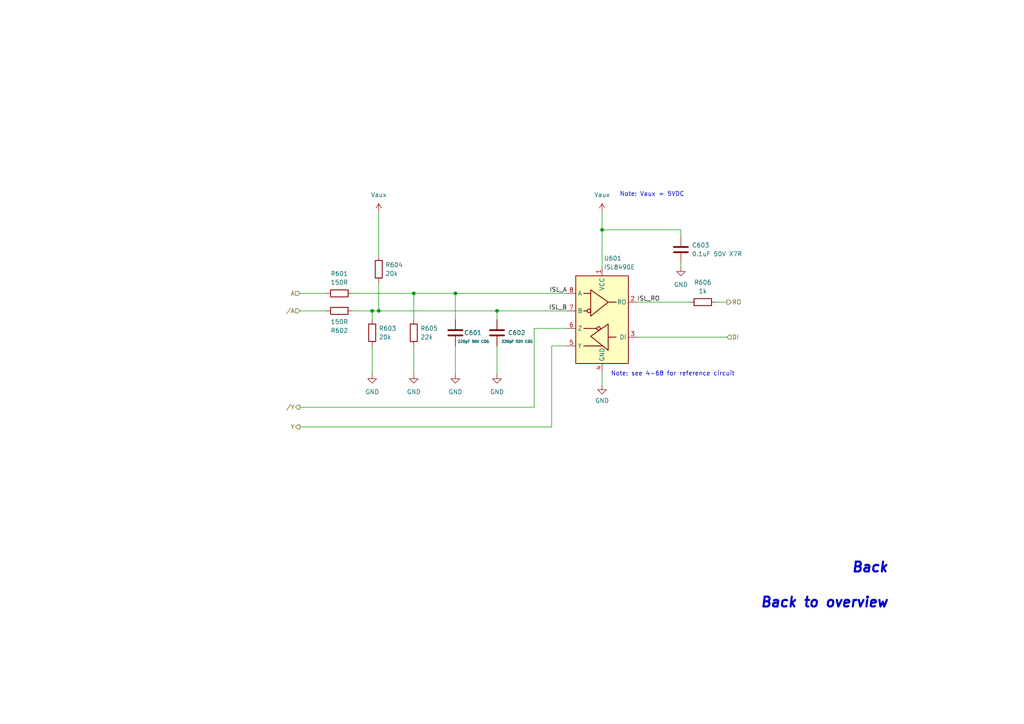
<source format=kicad_sch>
(kicad_sch (version 20230121) (generator eeschema)
  (paper "A4")
  (title_block (title "RS422 interface for SSI sensor") (date "2023-03-21") (company "EPFL Xplore") (comment 2 "Authors: Vincent Nguyen, Yassine Bakkali"))
  (lib_symbols
    (symbol "0_power_symbols:Vaux" (power) (pin_names (offset 0))
      (property "Value" "Vaux" (at 0 3.556 0))
      (symbol "Vaux_0_1"
        (polyline (pts (xy -0.762 1.27) (xy 0 2.54)))
        (polyline (pts (xy 0 0) (xy 0 2.54)))
        (polyline (pts (xy 0 2.54) (xy 0.762 1.27)))
      )
      (symbol "Vaux_1_1"
        (pin power_in line (at 0 0 90) (length 0) hide (name "Vaux") (number "1"))
      )
    )
    (symbol "0_transceiver:ISL8490E"
      (property "Reference" "U" (at -6.985 -13.97 0))
      (property "Value" "ISL8490E" (at 5.08 13.97 0))
      (symbol "ISL8490E_0_1"
        (rectangle (start -7.62 12.7) (end 7.62 -12.7) (stroke (width 0.254)) (fill (type background)))
        (polyline (pts (xy -1.778 -5.08) (xy -4.064 -5.08)) (stroke (width 0.254)))
        (polyline (pts (xy -1.778 5.08) (xy -4.064 5.08)) (stroke (width 0.254)))
        (polyline (pts (xy 0 -7.62) (xy 5.334 -7.62)) (stroke (width 0.254)))
        (polyline (pts (xy 1.524 -2.54) (xy 5.334 -2.54)) (stroke (width 0.254)))
        (polyline (pts (xy 3.302 7.62) (xy 5.334 7.62)) (stroke (width 0.254)))
        (polyline (pts (xy 4.318 2.54) (xy 5.334 2.54)) (stroke (width 0.254)))
        (polyline (pts (xy -1.778 -5.08) (xy -1.778 -1.27) (xy 3.302 -4.826) (xy -1.778 -8.89) (xy -1.778 -5.08)) (stroke (width 0.254)))
        (circle (center 1.016 -2.54) (radius 0.508) (stroke (width 0.254)))
      )
      (symbol "ISL8490E_1_1"
        (polyline (pts (xy 3.302 4.826) (xy 3.302 8.636) (xy -1.778 5.08) (xy 3.302 1.016) (xy 3.302 4.826)) (stroke (width 0.254)))
        (circle (center 3.81 2.54) (radius 0.508) (stroke (width 0.254)))
        (pin power_in line (at 0 15.24 270) (length 2.54) (name "VCC") (number "1"))
        (pin output line (at -10.16 5.08 0) (length 2.54) (name "RO") (number "2"))
        (pin input line (at -10.16 -5.08 0) (length 2.54) (name "DI") (number "3"))
        (pin power_in line (at 0 -15.24 90) (length 2.54) (name "GND") (number "4"))
        (pin output line (at 10.16 -7.62 180) (length 2.54) (name "Y") (number "5"))
        (pin output line (at 10.16 -2.54 180) (length 2.54) (name "Z") (number "6"))
        (pin input line (at 10.16 2.54 180) (length 2.54) (name "B") (number "7"))
        (pin input line (at 10.16 7.62 180) (length 2.54) (name "A") (number "8"))
      )
    )
    (symbol "Device:C" (pin_numbers hide) (pin_names (offset 0.254))
      (property "Reference" "C" (at 0.635 2.54 0))
      (property "Value" "C" (at 0.635 -2.54 0))
      (symbol "C_0_1"
        (polyline (pts (xy -2.032 -0.762) (xy 2.032 -0.762)) (stroke (width 0.508)))
        (polyline (pts (xy -2.032 0.762) (xy 2.032 0.762)) (stroke (width 0.508)))
      )
      (symbol "C_1_1"
        (pin passive line (at 0 3.81 270) (length 2.794) (name "~") (number "1"))
        (pin passive line (at 0 -3.81 90) (length 2.794) (name "~") (number "2"))
      )
    )
    (symbol "Device:R" (pin_numbers hide) (pin_names (offset 0))
      (property "Reference" "R" (at 2.032 0 90))
      (property "Value" "R" (at 0 0 90))
      (symbol "R_0_1"
        (rectangle (start -1.016 -2.54) (end 1.016 2.54) (stroke (width 0.254)))
      )
      (symbol "R_1_1"
        (pin passive line (at 0 3.81 270) (length 1.27) (name "~") (number "1"))
        (pin passive line (at 0 -3.81 90) (length 1.27) (name "~") (number "2"))
      )
    )
    (symbol "power:GND" (power) (pin_names (offset 0))
      (property "Value" "GND" (at 0 -3.81 0))
      (symbol "GND_0_1"
        (polyline (pts (xy 0 0) (xy 0 -1.27) (xy 1.27 -1.27) (xy 0 -2.54) (xy -1.27 -1.27) (xy 0 -1.27)))
      )
      (symbol "GND_1_1"
        (pin power_in line (at 0 0 270) (length 0) hide (name "GND") (number "1"))
      )
    )
  )
  (junction (at 109.855 90.17))
  (junction (at 132.08 85.09))
  (junction (at 120.015 85.09))
  (junction (at 107.95 90.17))
  (junction (at 144.145 90.17))
  (junction (at 174.625 66.675))
  (wire (pts (xy 120.015 85.09) (xy 120.015 92.71)))
  (wire (pts (xy 160.02 100.33) (xy 160.02 123.825)))
  (wire (pts (xy 109.855 61.595) (xy 109.855 74.295)))
  (wire (pts (xy 132.08 85.09) (xy 132.08 92.71)))
  (wire (pts (xy 197.485 66.675) (xy 174.625 66.675)))
  (wire (pts (xy 86.995 123.825) (xy 160.02 123.825)))
  (wire (pts (xy 154.94 95.25) (xy 154.94 118.11)))
  (wire (pts (xy 132.08 100.33) (xy 132.08 108.585)))
  (wire (pts (xy 174.625 111.76) (xy 174.625 107.95)))
  (wire (pts (xy 144.145 90.17) (xy 144.145 92.71)))
  (wire (pts (xy 132.08 85.09) (xy 164.465 85.09)))
  (wire (pts (xy 184.785 87.63) (xy 200.025 87.63)))
  (wire (pts (xy 109.855 81.915) (xy 109.855 90.17)))
  (wire (pts (xy 164.465 95.25) (xy 154.94 95.25)))
  (wire (pts (xy 207.645 87.63) (xy 210.82 87.63)))
  (wire (pts (xy 144.145 90.17) (xy 164.465 90.17)))
  (wire (pts (xy 120.015 85.09) (xy 132.08 85.09)))
  (wire (pts (xy 86.995 85.09) (xy 94.615 85.09)))
  (wire (pts (xy 109.855 90.17) (xy 144.145 90.17)))
  (wire (pts (xy 86.995 90.17) (xy 94.615 90.17)))
  (wire (pts (xy 144.145 108.585) (xy 144.145 100.33)))
  (wire (pts (xy 197.485 68.58) (xy 197.485 66.675)))
  (wire (pts (xy 120.015 100.33) (xy 120.015 108.585)))
  (wire (pts (xy 197.485 77.47) (xy 197.485 76.2)))
  (wire (pts (xy 86.995 118.11) (xy 154.94 118.11)))
  (wire (pts (xy 102.235 90.17) (xy 107.95 90.17)))
  (wire (pts (xy 107.95 90.17) (xy 107.95 92.71)))
  (wire (pts (xy 107.95 100.33) (xy 107.95 108.585)))
  (wire (pts (xy 174.625 61.595) (xy 174.625 66.675)))
  (wire (pts (xy 174.625 66.675) (xy 174.625 77.47)))
  (wire (pts (xy 184.785 97.79) (xy 210.82 97.79)))
  (wire (pts (xy 107.95 90.17) (xy 109.855 90.17)))
  (wire (pts (xy 164.465 100.33) (xy 160.02 100.33)))
  (wire (pts (xy 102.235 85.09) (xy 120.015 85.09)))
  (text "Note: Vaux = 5VDC" (at 179.705 57.15 0) (effects (font (size 1.27 1.27)) (justify left bottom)))
  (text "Back" (at 257.81 166.37 0) (effects (font (size 2.85 2.85) (thickness 0.6) bold italic) (justify right bottom)))
  (text "Note: see 4-68 for reference circuit" (at 177.165 109.22 0) (effects (font (size 1.27 1.27)) (justify left bottom)))
  (text "Back to overview" (at 257.81 176.53 0) (effects (font (size 2.85 2.85) (thickness 0.6) bold italic) (justify right bottom)))
  (label "ISL_B" (at 164.465 90.17 180))
  (label "ISL_A" (at 164.465 85.09 180))
  (label "ISL_RO" (at 184.785 87.63 0))
  (hierarchical_label "{slash}A" (shape input) (at 86.995 90.17 180))
  (hierarchical_label "Y" (shape output) (at 86.995 123.825 180))
  (hierarchical_label "A" (shape input) (at 86.995 85.09 180))
  (hierarchical_label "RO" (shape output) (at 210.82 87.63 0))
  (hierarchical_label "{slash}Y" (shape output) (at 86.995 118.11 180))
  (hierarchical_label "DI" (shape input) (at 210.82 97.79 0))
  (symbol (lib_id "0_power_symbols:Vaux") (at 174.625 61.595 0) (unit 1)
    (property "Reference" "#PWR0606" (effects hide))
    (property "Value" "Vaux" (at 174.625 56.515 0))
  )
  (symbol (lib_id "power:GND") (at 107.95 108.585 0) (unit 1)
    (property "Reference" "#PWR0601" (effects hide))
    (property "Value" "GND" (at 107.95 113.665 0))
  )
  (symbol (lib_id "power:GND") (at 144.145 108.585 0) (unit 1)
    (property "Reference" "#PWR0605" (effects hide))
    (property "Value" "GND" (at 144.145 113.665 0))
  )
  (symbol (lib_id "Device:C") (at 132.08 96.52 0) (unit 1)
    (property "Reference" "C601" (at 134.62 96.52 0) (effects (justify left)))
    (property "Value" "220pF 50V C0G" (at 132.715 99.06 0) (effects (font (size 0.762 0.762)) (justify left)))
    (property "Footprint" "Capacitor_SMD:C_0603_1608Metric" (effects hide))
    (property "Datasheet" "https://www.mouser.ch/datasheet/2/315/AOA0000C304-1149620.pdf" (effects hide))
    (property "Distributor" "Mouser" (effects hide))
    (property "Distributor ref" "667-ERJ-3EKF2202V" (effects hide))
    (property "Manufacturer ref" "ERJ-3EKF2202V" (effects hide))
  )
  (symbol (lib_id "0_power_symbols:Vaux") (at 109.855 61.595 0) (unit 1)
    (property "Reference" "#PWR0602" (effects hide))
    (property "Value" "Vaux" (at 109.855 56.515 0))
  )
  (symbol (lib_id "Device:R") (at 120.015 96.52 0) (unit 1)
    (property "Reference" "R605" (at 121.92 95.2499 0) (effects (justify left)))
    (property "Value" "22k" (at 121.92 97.7899 0) (effects (justify left)))
    (property "Footprint" "Resistor_SMD:R_0603_1608Metric" (effects hide))
    (property "Datasheet" "https://www.mouser.ch/datasheet/2/315/AOA0000C304-1149620.pdf" (effects hide))
    (property "Distributor" "Mouser" (effects hide))
    (property "Distributor ref" "667-ERJ-3EKF2202V" (effects hide))
    (property "Manufacturer ref" "ERJ-3EKF2202V" (effects hide))
  )
  (symbol (lib_id "power:GND") (at 174.625 111.76 0) (unit 1)
    (property "Reference" "#PWR0607" (effects hide))
    (property "Value" "GND" (at 174.625 116.205 0))
  )
  (symbol (lib_id "Device:R") (at 109.855 78.105 0) (unit 1)
    (property "Reference" "R604" (at 111.76 76.8349 0) (effects (justify left)))
    (property "Value" "20k" (at 111.76 79.3749 0) (effects (justify left)))
    (property "Footprint" "Resistor_SMD:R_0603_1608Metric" (effects hide))
    (property "Datasheet" "https://www.mouser.ch/datasheet/2/348/ROHM_S_A0011096274_1-2563284.pdf" (effects hide))
    (property "Distributor" "Mouser" (effects hide))
    (property "Distributor ref" "755-SDR03EZPF2002" (effects hide))
    (property "Manufacturer ref" "SDR03EZPF2002" (effects hide))
  )
  (symbol (lib_id "Device:C") (at 144.145 96.52 0) (unit 1)
    (property "Reference" "C602" (at 147.32 96.52 0) (effects (justify left)))
    (property "Value" "220pF 50V C0G" (at 145.415 99.06 0) (effects (font (size 0.762 0.762)) (justify left)))
    (property "Footprint" "Capacitor_SMD:C_0603_1608Metric" (effects hide))
    (property "Datasheet" "https://www.mouser.ch/datasheet/2/315/AOA0000C304-1149620.pdf" (effects hide))
    (property "Distributor" "Mouser" (effects hide))
    (property "Distributor ref" "667-ERJ-3EKF2202V" (effects hide))
    (property "Manufacturer ref" "ERJ-3EKF2202V" (effects hide))
  )
  (symbol (lib_id "power:GND") (at 197.485 77.47 0) (unit 1)
    (property "Reference" "#PWR0608" (effects hide))
    (property "Value" "GND" (at 197.485 82.55 0))
  )
  (symbol (lib_id "power:GND") (at 120.015 108.585 0) (unit 1)
    (property "Reference" "#PWR0603" (effects hide))
    (property "Value" "GND" (at 120.015 113.665 0))
  )
  (symbol (lib_id "Device:R") (at 98.425 90.17 90) (mirror x) (unit 1)
    (property "Reference" "R602" (at 98.425 95.885 90))
    (property "Value" "150R" (at 98.425 93.345 90))
    (property "Footprint" "Resistor_SMD:R_0603_1608Metric" (effects hide))
    (property "Datasheet" "https://www.mouser.ch/datasheet/2/427/crcwhpe3-1713858.pdf" (effects hide))
    (property "Distributor" "Mouser" (effects hide))
    (property "Distributor ref" "71-CRCW0603150RFKEAH" (effects hide))
    (property "Manufacturer ref" "CRCW0603150RFKEAHP" (effects hide))
  )
  (symbol (lib_id "Device:C") (at 197.485 72.39 0) (unit 1)
    (property "Reference" "C603" (at 200.66 71.1199 0) (effects (justify left)))
    (property "Value" "0.1uF 50V X7R" (at 200.66 73.6599 0) (effects (justify left)))
    (property "Footprint" "Capacitor_SMD:C_0603_1608Metric" (effects hide))
    (property "Datasheet" "https://www.mouser.ch/datasheet/2/212/KEM_C1023_X7R_AUTO_SMD-1093309.pdf" (effects hide))
    (property "Distributor" "Mouser" (effects hide))
    (property "Distributor ref" "80-C603C104K5RAC3121" (effects hide))
    (property "Manufacturer ref" "C0603C104K5RAC3121" (effects hide))
  )
  (symbol (lib_id "Device:R") (at 98.425 85.09 90) (unit 1)
    (property "Reference" "R601" (at 98.425 79.375 90))
    (property "Value" "150R" (at 98.425 81.915 90))
    (property "Footprint" "Resistor_SMD:R_0603_1608Metric" (effects hide))
    (property "Datasheet" "https://www.mouser.ch/datasheet/2/427/crcwhpe3-1713858.pdf" (effects hide))
    (property "Distributor" "Mouser" (effects hide))
    (property "Distributor ref" "71-CRCW0603150RFKEAH" (effects hide))
    (property "Manufacturer ref" "CRCW0603150RFKEAHP" (effects hide))
  )
  (symbol (lib_id "Device:R") (at 107.95 96.52 0) (unit 1)
    (property "Reference" "R603" (at 109.855 95.2499 0) (effects (justify left)))
    (property "Value" "20k" (at 109.855 97.7899 0) (effects (justify left)))
    (property "Footprint" "Resistor_SMD:R_0603_1608Metric" (effects hide))
    (property "Datasheet" "https://www.mouser.ch/datasheet/2/348/ROHM_S_A0011096274_1-2563284.pdf" (effects hide))
    (property "Distributor" "Mouser" (effects hide))
    (property "Distributor ref" "755-SDR03EZPF2002" (effects hide))
    (property "Manufacturer ref" "SDR03EZPF2002" (effects hide))
  )
  (symbol (lib_id "power:GND") (at 132.08 108.585 0) (unit 1)
    (property "Reference" "#PWR0604" (effects hide))
    (property "Value" "GND" (at 132.08 113.665 0))
  )
  (symbol (lib_id "0_transceiver:ISL8490E") (at 174.625 92.71 0) (mirror y) (unit 1)
    (property "Reference" "U601" (at 175.1456 74.93 0) (effects (justify right)))
    (property "Value" "ISL8490E" (at 175.1456 77.47 0) (effects (justify right)))
    (property "Footprint" "0_transceiver:ISL8490E-SOIC-8" (effects hide))
    (property "Datasheet" "https://www.mouser.ch/datasheet/2/698/REN_isl8488e_89e_90e_91e_DST_20220203-1998736.pdf" (effects hide))
    (property "Distributor" "Mouser" (effects hide))
    (property "Distributor ref" "968-ISL8490EIBZ-T" (effects hide))
    (property "Manufacturer ref" "ISL8490EIBZ-T" (effects hide))
  )
  (symbol (lib_id "Device:R") (at 203.835 87.63 90) (unit 1)
    (property "Reference" "R606" (at 203.835 81.915 90))
    (property "Value" "1k" (at 203.835 84.455 90))
    (property "Footprint" "Resistor_SMD:R_0603_1608Metric" (effects hide))
    (property "Datasheet" "https://www.mouser.ch/datasheet/2/427/crcwhpe3-1713858.pdf" (effects hide))
    (property "Distributor" "Mouser" (effects hide))
    (property "Distributor ref" "71-CRCW06031K00FKEAH" (effects hide))
    (property "Manufacturer ref" "CRCW06031K00FKEAHP" (effects hide))
  )
)
</source>
